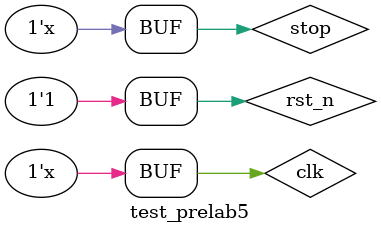
<source format=v>
`timescale 1ns / 1ps


module test_prelab5();
    reg clk, rst_n, stop;
    wire state;
    pre_lab5_1 U0(
        .clk(clk),
        .rst_n(rst_n),
        .stop(stop),
        .state(state)
    );   
    initial
    begin
    clk = 0; rst_n = 0; stop = 0;
    #1 stop = 1;
    #1 rst_n = 1;
    #20 stop = 0;
    
    end
    always #1 clk = ~clk;
    always #10 stop = ~stop;
endmodule

</source>
